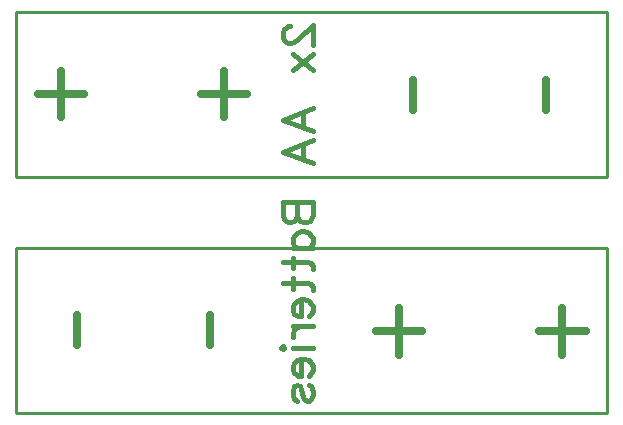
<source format=gbr>
G04 DipTrace 3.2.0.1*
G04 BottomSilk.gbr*
%MOMM*%
G04 #@! TF.FileFunction,Legend,Bot*
G04 #@! TF.Part,Single*
%ADD10C,0.25*%
%ADD72C,0.39216*%
%ADD75C,0.70588*%
%FSLAX35Y35*%
G04*
G71*
G90*
G75*
G01*
G04 BotSilk*
%LPD*%
X5806994Y586000D2*
D10*
X807166D1*
Y1986000D1*
X5806994D1*
Y586000D1*
X807166Y3986000D2*
X5806994D1*
Y2586000D1*
X807166D1*
Y3986000D1*
X3123417Y3864971D2*
D72*
X3111344D1*
X3086917Y3852898D1*
X3074844Y3840825D1*
X3062771Y3816398D1*
Y3767825D1*
X3074844Y3743679D1*
X3086917Y3731606D1*
X3111344Y3719252D1*
X3135490D1*
X3159917Y3731606D1*
X3196136Y3755752D1*
X3317709Y3877325D1*
Y3707179D1*
X3147563Y3628747D2*
X3317709Y3495101D1*
X3147563D2*
X3317709Y3628747D1*
Y2975204D2*
X3062490Y3072631D1*
X3317709Y3169777D1*
X3232636Y3133277D2*
Y3011704D1*
X3317709Y2702199D2*
X3062490Y2799626D1*
X3317709Y2896772D1*
X3232636Y2860272D2*
Y2738699D1*
X3062490Y2376875D2*
X3317709D1*
Y2267375D1*
X3305356Y2230875D1*
X3293282Y2218802D1*
X3269136Y2206729D1*
X3232636D1*
X3208209Y2218802D1*
X3196136Y2230875D1*
X3184063Y2267375D1*
X3171709Y2230875D1*
X3159636Y2218802D1*
X3135490Y2206729D1*
X3111063D1*
X3086917Y2218802D1*
X3074563Y2230875D1*
X3062490Y2267375D1*
Y2376875D1*
X3184063D2*
Y2267375D1*
X3147563Y1982578D2*
X3317709D1*
X3184063D2*
X3159636Y2006724D1*
X3147563Y2031151D1*
Y2067371D1*
X3159636Y2091797D1*
X3184063Y2115944D1*
X3220563Y2128297D1*
X3244709D1*
X3281209Y2115944D1*
X3305356Y2091797D1*
X3317709Y2067371D1*
Y2031151D1*
X3305356Y2006724D1*
X3281209Y1982578D1*
X3062490Y1867647D2*
X3269136D1*
X3305356Y1855574D1*
X3317709Y1831147D1*
Y1807001D1*
X3147563Y1904147D2*
Y1819074D1*
X3062490Y1692069D2*
X3269136D1*
X3305356Y1679996D1*
X3317709Y1655569D1*
Y1631423D1*
X3147563Y1728569D2*
Y1643496D1*
X3220563Y1552992D2*
Y1407273D1*
X3196136D1*
X3171709Y1419346D1*
X3159636Y1431419D1*
X3147563Y1455846D1*
Y1492346D1*
X3159636Y1516492D1*
X3184063Y1540919D1*
X3220563Y1552992D1*
X3244709D1*
X3281209Y1540919D1*
X3305356Y1516492D1*
X3317709Y1492346D1*
Y1455846D1*
X3305356Y1431419D1*
X3281209Y1407273D1*
X3147563Y1328841D2*
X3317709D1*
X3220563D2*
X3184063Y1316487D1*
X3159636Y1292341D1*
X3147563Y1267914D1*
Y1231414D1*
X3062490Y1152983D2*
X3074563Y1140910D1*
X3062490Y1128556D1*
X3050136Y1140910D1*
X3062490Y1152983D1*
X3147563Y1140910D2*
X3317709D1*
X3220563Y1050125D2*
Y904406D1*
X3196136D1*
X3171710Y916479D1*
X3159636Y928552D1*
X3147563Y952979D1*
Y989479D1*
X3159636Y1013625D1*
X3184063Y1038052D1*
X3220563Y1050125D1*
X3244710D1*
X3281209Y1038052D1*
X3305356Y1013625D1*
X3317709Y989478D1*
Y952978D1*
X3305356Y928552D1*
X3281210Y904405D1*
X3184063Y692328D2*
X3159636Y704401D1*
X3147563Y740901D1*
Y777401D1*
X3159636Y813901D1*
X3184063Y825974D1*
X3208210Y813901D1*
X3220563Y789474D1*
X3232636Y728828D1*
X3244709Y704401D1*
X3269136Y692328D1*
X3281209D1*
X3305356Y704401D1*
X3317710Y740901D1*
Y777401D1*
X3305356Y813901D1*
X3281210Y825974D1*
X4246046Y1279706D2*
D75*
X3852351D1*
X4048946Y1083111D2*
Y1476806D1*
X5626950Y1279706D2*
X5233256D1*
X5429850Y1083111D2*
Y1476806D1*
X2445886Y1162513D2*
Y1415206D1*
X1318747Y1162513D2*
Y1415206D1*
X2368114Y3292294D2*
X2761809D1*
X2565214Y3488889D2*
Y3095194D1*
X987210Y3292294D2*
X1380904D1*
X1184310Y3488889D2*
Y3095194D1*
X4168274Y3409487D2*
Y3156794D1*
X5295413Y3409487D2*
Y3156794D1*
M02*

</source>
